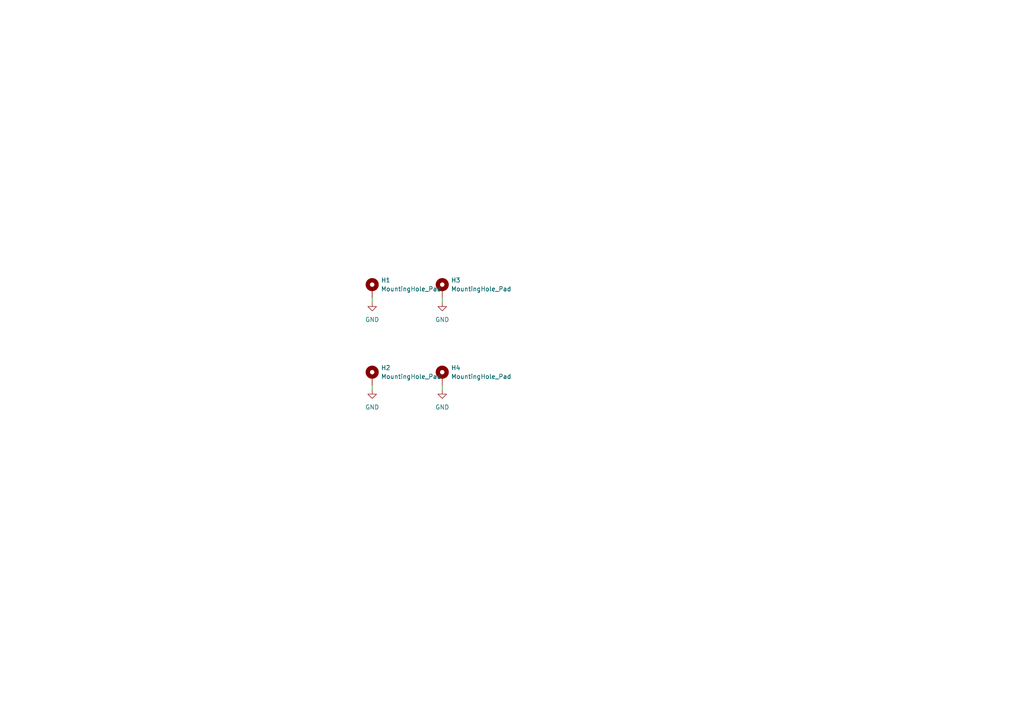
<source format=kicad_sch>
(kicad_sch (version 20230121) (generator eeschema)
  (paper "A4")
  (title_block (title "Ribbon Controller Jack Panel") (date "2023-03-29") (rev "0") (comment 1 "creativecommons.org/licenses/by/4.0/") (comment 2 "License: CC by 4.0") (comment 3 "Author: Jordan Aceto"))
  (lib_symbols
    (symbol "Mechanical:MountingHole_Pad" (pin_numbers hide) (pin_names (offset 1.016) hide)
      (property "Reference" "H" (at 0 6.35 0))
      (property "Value" "MountingHole_Pad" (at 0 4.445 0))
      (symbol "MountingHole_Pad_0_1"
        (circle (center 0 1.27) (radius 1.27) (stroke (width 1.27)))
      )
      (symbol "MountingHole_Pad_1_1"
        (pin input line (at 0 -2.54 90) (length 2.54) (name "1") (number "1"))
      )
    )
    (symbol "power:GND" (power) (pin_names (offset 0))
      (property "Value" "GND" (at 0 -3.81 0))
      (symbol "GND_0_1"
        (polyline (pts (xy 0 0) (xy 0 -1.27) (xy 1.27 -1.27) (xy 0 -2.54) (xy -1.27 -1.27) (xy 0 -1.27)))
      )
      (symbol "GND_1_1"
        (pin power_in line (at 0 0 270) (length 0) hide (name "GND") (number "1"))
      )
    )
  )
  (wire (pts (xy 107.95 86.36) (xy 107.95 87.63)))
  (wire (pts (xy 128.27 111.76) (xy 128.27 113.03)))
  (wire (pts (xy 107.95 111.76) (xy 107.95 113.03)))
  (wire (pts (xy 128.27 86.36) (xy 128.27 87.63)))
  (symbol (lib_id "power:GND") (at 128.27 87.63 0) (unit 1)
    (property "Reference" "#PWR0102" (effects hide))
    (property "Value" "GND" (at 128.27 92.71 0))
  )
  (symbol (lib_id "Mechanical:MountingHole_Pad") (at 107.95 109.22 0) (unit 1)
    (property "Reference" "H2" (at 110.49 106.68 0) (effects (justify left)))
    (property "Value" "MountingHole_Pad" (at 110.49 109.22 0) (effects (justify left)))
    (property "Footprint" "MountingHole:MountingHole_3.2mm_M3_Pad_Via" (effects hide))
  )
  (symbol (lib_id "Mechanical:MountingHole_Pad") (at 128.27 109.22 0) (unit 1)
    (property "Reference" "H4" (at 130.81 106.68 0) (effects (justify left)))
    (property "Value" "MountingHole_Pad" (at 130.81 109.22 0) (effects (justify left)))
    (property "Footprint" "MountingHole:MountingHole_3.2mm_M3_Pad_Via" (effects hide))
  )
  (symbol (lib_id "power:GND") (at 128.27 113.03 0) (unit 1)
    (property "Reference" "#PWR0104" (effects hide))
    (property "Value" "GND" (at 128.27 118.11 0))
  )
  (symbol (lib_id "Mechanical:MountingHole_Pad") (at 128.27 83.82 0) (unit 1)
    (property "Reference" "H3" (at 130.81 81.28 0) (effects (justify left)))
    (property "Value" "MountingHole_Pad" (at 130.81 83.82 0) (effects (justify left)))
    (property "Footprint" "MountingHole:MountingHole_3.2mm_M3_Pad_Via" (effects hide))
  )
  (symbol (lib_id "power:GND") (at 107.95 113.03 0) (unit 1)
    (property "Reference" "#PWR0103" (effects hide))
    (property "Value" "GND" (at 107.95 118.11 0))
  )
  (symbol (lib_id "Mechanical:MountingHole_Pad") (at 107.95 83.82 0) (unit 1)
    (property "Reference" "H1" (at 110.49 81.28 0) (effects (justify left)))
    (property "Value" "MountingHole_Pad" (at 110.49 83.82 0) (effects (justify left)))
    (property "Footprint" "MountingHole:MountingHole_3.2mm_M3_Pad_Via" (effects hide))
  )
  (symbol (lib_id "power:GND") (at 107.95 87.63 0) (unit 1)
    (property "Reference" "#PWR0101" (effects hide))
    (property "Value" "GND" (at 107.95 92.71 0))
  )
)
</source>
